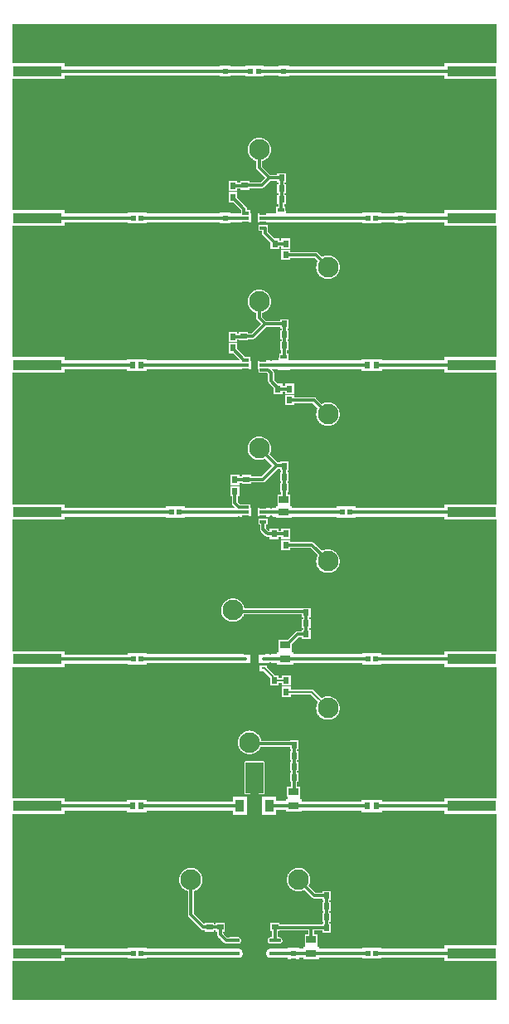
<source format=gtl>
G04*
G04 #@! TF.GenerationSoftware,Altium Limited,Altium Designer,20.2.6 (244)*
G04*
G04 Layer_Physical_Order=1*
G04 Layer_Color=255*
%FSLAX44Y44*%
%MOMM*%
G71*
G04*
G04 #@! TF.SameCoordinates,69107643-4F9F-4E88-AEF3-5FE55586F8EB*
G04*
G04*
G04 #@! TF.FilePolarity,Positive*
G04*
G01*
G75*
%ADD10C,0.2000*%
%ADD14R,0.5400X0.5500*%
%ADD15R,5.0000X1.0000*%
%ADD16R,5.0000X1.6000*%
%ADD17R,0.5500X0.5400*%
%ADD18R,0.6000X0.6400*%
%ADD19R,0.6400X0.6000*%
%ADD20R,0.6000X0.7500*%
%ADD21R,0.7000X1.8000*%
%ADD22R,0.6700X0.3000*%
%ADD23R,0.6604X0.3600*%
%ADD24R,0.8000X1.8000*%
%ADD25R,0.4300X0.2500*%
%ADD26R,1.0200X0.6400*%
%ADD27R,1.0200X0.6900*%
%ADD28R,0.8600X1.3000*%
%ADD29R,0.8600X1.9500*%
%ADD30R,1.7800X2.4100*%
%ADD31O,1.2000X0.3800*%
%ADD63C,0.3000*%
%ADD64C,0.3300*%
%ADD65C,2.1000*%
%ADD66C,0.5000*%
G36*
X497492Y958000D02*
X444000D01*
Y954660D01*
X285700D01*
Y955750D01*
X274300D01*
Y954660D01*
X259650D01*
Y955700D01*
X240350D01*
Y954660D01*
X225700D01*
Y955750D01*
X214300D01*
Y954660D01*
X56000D01*
Y958000D01*
X2508D01*
Y997492D01*
X497492D01*
Y958000D01*
D02*
G37*
G36*
X444000Y942000D02*
X497492D01*
Y808000D01*
X444000D01*
Y804660D01*
X404700D01*
Y805750D01*
X393300D01*
Y804660D01*
X379650D01*
Y805700D01*
X360350D01*
Y804660D01*
X283302D01*
Y804800D01*
X282000D01*
Y807500D01*
X281802D01*
Y811500D01*
X280309D01*
Y814300D01*
X282100D01*
Y823700D01*
X280609D01*
Y825300D01*
X282100D01*
Y834700D01*
X280609D01*
Y836300D01*
X282100D01*
Y845700D01*
X273100D01*
Y844009D01*
X266246D01*
X258009Y852246D01*
Y858381D01*
X258711Y858578D01*
X259596Y858905D01*
X260452Y859300D01*
X261275Y859760D01*
X262059Y860284D01*
X262799Y860868D01*
X263492Y861508D01*
X264132Y862201D01*
X264716Y862941D01*
X265240Y863725D01*
X265700Y864548D01*
X266095Y865404D01*
X266422Y866289D01*
X266677Y867197D01*
X266861Y868121D01*
X266972Y869058D01*
X267009Y870000D01*
X266972Y870942D01*
X266861Y871879D01*
X266677Y872803D01*
X266422Y873711D01*
X266095Y874596D01*
X265700Y875452D01*
X265240Y876275D01*
X264716Y877059D01*
X264132Y877799D01*
X263492Y878492D01*
X262799Y879132D01*
X262059Y879716D01*
X261275Y880240D01*
X260452Y880700D01*
X259596Y881095D01*
X258711Y881422D01*
X257803Y881677D01*
X256879Y881861D01*
X255942Y881972D01*
X255000Y882009D01*
X254058Y881972D01*
X253121Y881861D01*
X252197Y881677D01*
X251289Y881422D01*
X250404Y881095D01*
X249548Y880700D01*
X248725Y880240D01*
X247941Y879716D01*
X247201Y879132D01*
X246508Y878492D01*
X245868Y877799D01*
X245284Y877059D01*
X244760Y876275D01*
X244300Y875452D01*
X243905Y874596D01*
X243578Y873711D01*
X243323Y872803D01*
X243139Y871879D01*
X243028Y870942D01*
X242991Y870000D01*
X243028Y869058D01*
X243139Y868121D01*
X243323Y867197D01*
X243578Y866289D01*
X243905Y865404D01*
X244300Y864548D01*
X244760Y863725D01*
X245284Y862941D01*
X245868Y862201D01*
X246508Y861508D01*
X247201Y860868D01*
X247941Y860284D01*
X248725Y859760D01*
X249548Y859300D01*
X250404Y858905D01*
X251289Y858578D01*
X251991Y858381D01*
Y851000D01*
X252028Y850529D01*
X252054Y850419D01*
X252138Y850070D01*
X252244Y849815D01*
X252319Y849634D01*
X252565Y849231D01*
X252872Y848872D01*
X260744Y841000D01*
X256154Y836409D01*
X244700D01*
Y837900D01*
X235300D01*
Y836084D01*
X232500D01*
Y838000D01*
X223500D01*
Y827500D01*
X232500D01*
Y830066D01*
X235300D01*
Y828900D01*
X244700D01*
Y830391D01*
X257400D01*
X257871Y830428D01*
X257981Y830454D01*
X258330Y830538D01*
X258585Y830644D01*
X258766Y830719D01*
X259169Y830965D01*
X259528Y831272D01*
X266246Y837991D01*
X273100D01*
Y836300D01*
X274591D01*
Y834700D01*
X273100D01*
Y825300D01*
X274591D01*
Y823700D01*
X273100D01*
Y814300D01*
X274291D01*
Y811500D01*
X272198D01*
Y807500D01*
X272000D01*
Y804800D01*
X270698D01*
Y804660D01*
X258850D01*
X258242Y804620D01*
X257644Y804501D01*
X257640Y804500D01*
X252500D01*
Y795500D01*
X257640D01*
X257644Y795499D01*
X258242Y795380D01*
X258850Y795340D01*
X270698D01*
Y795200D01*
X283302D01*
Y795340D01*
X360350D01*
Y794300D01*
X379650D01*
Y795340D01*
X393300D01*
Y794250D01*
X404700D01*
Y795340D01*
X444000D01*
Y792000D01*
X497492D01*
Y658000D01*
X444000D01*
Y654660D01*
X380400D01*
Y656200D01*
X359600D01*
Y654660D01*
X286302D01*
Y654800D01*
X285000D01*
Y657500D01*
X284802D01*
Y661500D01*
X283309D01*
Y665300D01*
X285100D01*
Y674700D01*
X283609D01*
Y676300D01*
X285100D01*
Y685700D01*
X283609D01*
Y687300D01*
X285100D01*
Y696700D01*
X276100D01*
Y695009D01*
X262246D01*
X258009Y699247D01*
Y703381D01*
X258711Y703578D01*
X259596Y703905D01*
X260452Y704300D01*
X261275Y704760D01*
X262059Y705284D01*
X262799Y705868D01*
X263492Y706508D01*
X264132Y707201D01*
X264716Y707941D01*
X265240Y708725D01*
X265700Y709548D01*
X266095Y710404D01*
X266422Y711289D01*
X266677Y712197D01*
X266861Y713121D01*
X266972Y714058D01*
X267009Y715000D01*
X266972Y715942D01*
X266861Y716879D01*
X266677Y717803D01*
X266422Y718711D01*
X266095Y719596D01*
X265700Y720452D01*
X265240Y721275D01*
X264716Y722059D01*
X264132Y722799D01*
X263492Y723492D01*
X262799Y724132D01*
X262059Y724716D01*
X261275Y725240D01*
X260452Y725700D01*
X259596Y726095D01*
X258711Y726422D01*
X257803Y726677D01*
X256879Y726861D01*
X255942Y726972D01*
X255000Y727009D01*
X254058Y726972D01*
X253121Y726861D01*
X252197Y726677D01*
X251289Y726422D01*
X250404Y726095D01*
X249548Y725700D01*
X248725Y725240D01*
X247941Y724716D01*
X247201Y724132D01*
X246508Y723492D01*
X245868Y722799D01*
X245284Y722059D01*
X244760Y721275D01*
X244300Y720452D01*
X243905Y719596D01*
X243578Y718711D01*
X243323Y717803D01*
X243139Y716879D01*
X243028Y715942D01*
X242991Y715000D01*
X243028Y714058D01*
X243139Y713121D01*
X243323Y712197D01*
X243578Y711289D01*
X243905Y710404D01*
X244300Y709548D01*
X244760Y708725D01*
X245284Y707941D01*
X245868Y707201D01*
X246508Y706508D01*
X247201Y705868D01*
X247941Y705284D01*
X248725Y704760D01*
X249548Y704300D01*
X250404Y703905D01*
X251289Y703578D01*
X251991Y703381D01*
Y698000D01*
X252028Y697529D01*
X252054Y697419D01*
X252138Y697070D01*
X252244Y696814D01*
X252319Y696634D01*
X252565Y696231D01*
X252872Y695872D01*
X256744Y692000D01*
X247154Y682409D01*
X243700D01*
Y683900D01*
X234300D01*
Y682084D01*
X232500D01*
Y684000D01*
X223500D01*
Y673500D01*
X232500D01*
Y676066D01*
X234300D01*
Y674900D01*
X243700D01*
Y676391D01*
X248400D01*
X248871Y676428D01*
X248981Y676454D01*
X249330Y676538D01*
X249585Y676644D01*
X249766Y676719D01*
X250169Y676965D01*
X250528Y677272D01*
X262246Y688991D01*
X276100D01*
Y687300D01*
X277591D01*
Y685700D01*
X276100D01*
Y676300D01*
X277591D01*
Y674700D01*
X276100D01*
Y665300D01*
X277291D01*
Y661500D01*
X275198D01*
Y657500D01*
X275000D01*
Y654800D01*
X273698D01*
Y654660D01*
X258850D01*
X258242Y654620D01*
X257644Y654501D01*
X257640Y654500D01*
X252500D01*
Y645500D01*
X254000D01*
Y642000D01*
X258732D01*
X258850Y641991D01*
X262754D01*
X263991Y640753D01*
Y633500D01*
X264028Y633029D01*
X264054Y632919D01*
X264138Y632570D01*
X264244Y632315D01*
X264319Y632134D01*
X264566Y631731D01*
X264872Y631372D01*
X269500Y626744D01*
Y620500D01*
X278500D01*
Y622741D01*
X281500D01*
Y620500D01*
X290500D01*
Y631000D01*
X281500D01*
Y628759D01*
X278500D01*
Y631000D01*
X273756D01*
X270009Y634747D01*
Y642000D01*
X269972Y642471D01*
X269946Y642581D01*
X269862Y642930D01*
X269756Y643186D01*
X269681Y643366D01*
X269435Y643769D01*
X269293Y643934D01*
X269128Y644128D01*
X267916Y645340D01*
X273698D01*
Y645200D01*
X286302D01*
Y645340D01*
X359600D01*
Y643800D01*
X380400D01*
Y645340D01*
X444000D01*
Y642000D01*
X497492D01*
Y508000D01*
X444000D01*
Y504660D01*
X353550D01*
Y505700D01*
X334250D01*
Y504660D01*
X288100D01*
Y506200D01*
X286600D01*
Y508100D01*
Y517500D01*
X283760D01*
Y520300D01*
X285100D01*
Y529700D01*
X283760D01*
Y531300D01*
X285100D01*
Y540700D01*
X283760D01*
Y542300D01*
X285100D01*
Y551700D01*
X276100D01*
Y550510D01*
X273959D01*
X265420Y559048D01*
X265700Y559548D01*
X266095Y560404D01*
X266422Y561289D01*
X266677Y562197D01*
X266861Y563121D01*
X266972Y564058D01*
X267009Y565000D01*
X266972Y565942D01*
X266861Y566879D01*
X266677Y567803D01*
X266422Y568711D01*
X266095Y569596D01*
X265700Y570452D01*
X265240Y571275D01*
X264716Y572059D01*
X264132Y572799D01*
X263492Y573492D01*
X262799Y574132D01*
X262059Y574716D01*
X261275Y575240D01*
X260452Y575700D01*
X259596Y576095D01*
X258711Y576422D01*
X257803Y576677D01*
X256879Y576861D01*
X255942Y576972D01*
X255000Y577009D01*
X254058Y576972D01*
X253121Y576861D01*
X252197Y576677D01*
X251289Y576422D01*
X250404Y576095D01*
X249548Y575700D01*
X248725Y575240D01*
X247941Y574716D01*
X247201Y574132D01*
X246508Y573492D01*
X245868Y572799D01*
X245284Y572059D01*
X244760Y571275D01*
X244300Y570452D01*
X243905Y569596D01*
X243578Y568711D01*
X243323Y567803D01*
X243139Y566879D01*
X243028Y565942D01*
X242991Y565000D01*
X243028Y564058D01*
X243139Y563121D01*
X243323Y562197D01*
X243578Y561289D01*
X243905Y560404D01*
X244300Y559548D01*
X244760Y558725D01*
X245284Y557941D01*
X245868Y557201D01*
X246508Y556508D01*
X247201Y555868D01*
X247941Y555284D01*
X248725Y554760D01*
X249548Y554300D01*
X250404Y553905D01*
X251289Y553578D01*
X252197Y553322D01*
X253121Y553139D01*
X254058Y553028D01*
X255000Y552991D01*
X255942Y553028D01*
X256879Y553139D01*
X257803Y553322D01*
X258711Y553578D01*
X259596Y553905D01*
X260452Y554300D01*
X260952Y554580D01*
X268181Y547350D01*
X257391Y536560D01*
X246700D01*
Y537900D01*
X237300D01*
Y536235D01*
X234500D01*
Y538000D01*
X225500D01*
Y527500D01*
X234500D01*
Y529915D01*
X237300D01*
Y528900D01*
X246700D01*
Y530240D01*
X258700D01*
X259194Y530279D01*
X259676Y530395D01*
X259811Y530451D01*
X260135Y530585D01*
X260557Y530844D01*
X260934Y531166D01*
X273959Y544190D01*
X276100D01*
Y542300D01*
X277440D01*
Y540700D01*
X276100D01*
Y531300D01*
X277440D01*
Y529700D01*
X276100D01*
Y520300D01*
X277440D01*
Y517500D01*
X273400D01*
Y508100D01*
X273660D01*
Y506200D01*
X271900D01*
Y504660D01*
X258850D01*
X258242Y504620D01*
X257644Y504501D01*
X257640Y504500D01*
X252500D01*
Y495500D01*
X257640D01*
X257644Y495499D01*
X258242Y495380D01*
X258850Y495340D01*
X271900D01*
Y493800D01*
X288100D01*
Y495340D01*
X334250D01*
Y494300D01*
X353550D01*
Y495340D01*
X444000D01*
Y492000D01*
X497492D01*
Y358000D01*
X444000D01*
Y354660D01*
X379650D01*
Y355700D01*
X360350D01*
Y354865D01*
X289440D01*
Y356860D01*
X287940D01*
Y359460D01*
Y365104D01*
X295236Y372401D01*
X298440D01*
Y370710D01*
X307440D01*
Y380110D01*
X305949D01*
Y381710D01*
X307440D01*
Y391110D01*
X305949D01*
Y392710D01*
X307440D01*
Y402110D01*
X298440D01*
Y401714D01*
X239881D01*
X239861Y401879D01*
X239677Y402803D01*
X239422Y403711D01*
X239095Y404596D01*
X238700Y405452D01*
X238240Y406275D01*
X237716Y407059D01*
X237132Y407799D01*
X236492Y408492D01*
X235799Y409132D01*
X235059Y409716D01*
X234275Y410240D01*
X233452Y410700D01*
X232596Y411095D01*
X231711Y411422D01*
X230804Y411677D01*
X229879Y411861D01*
X228942Y411972D01*
X228000Y412009D01*
X227058Y411972D01*
X226121Y411861D01*
X225196Y411677D01*
X224289Y411422D01*
X223404Y411095D01*
X222548Y410700D01*
X221725Y410240D01*
X220941Y409716D01*
X220201Y409132D01*
X219508Y408492D01*
X218868Y407799D01*
X218284Y407059D01*
X217760Y406275D01*
X217300Y405452D01*
X216905Y404596D01*
X216579Y403711D01*
X216323Y402803D01*
X216139Y401879D01*
X216028Y400942D01*
X215991Y400000D01*
X216028Y399058D01*
X216139Y398121D01*
X216323Y397197D01*
X216579Y396289D01*
X216905Y395404D01*
X217300Y394548D01*
X217760Y393725D01*
X218284Y392941D01*
X218868Y392201D01*
X219508Y391508D01*
X220201Y390868D01*
X220941Y390284D01*
X221725Y389760D01*
X222548Y389300D01*
X223404Y388905D01*
X224289Y388578D01*
X225196Y388322D01*
X226121Y388139D01*
X227058Y388028D01*
X228000Y387991D01*
X228942Y388028D01*
X229879Y388139D01*
X230804Y388322D01*
X231711Y388578D01*
X232596Y388905D01*
X233452Y389300D01*
X234275Y389760D01*
X235059Y390284D01*
X235799Y390868D01*
X236492Y391508D01*
X237132Y392201D01*
X237716Y392941D01*
X238240Y393725D01*
X238700Y394548D01*
X239095Y395404D01*
X239203Y395696D01*
X298440D01*
Y392710D01*
X299931D01*
Y391110D01*
X298440D01*
Y381710D01*
X299931D01*
Y380110D01*
X298440D01*
Y378419D01*
X293990D01*
X293519Y378382D01*
X293060Y378272D01*
X292624Y378091D01*
X292221Y377845D01*
X291862Y377538D01*
X283684Y369360D01*
X274740D01*
Y359460D01*
X275000D01*
Y356860D01*
X273240D01*
Y355115D01*
X259784D01*
X259758Y355120D01*
X259150Y355160D01*
X258542Y355120D01*
X257944Y355001D01*
X257367Y354805D01*
X257255Y354750D01*
X254000D01*
Y346250D01*
X257208D01*
X257412Y346150D01*
X257989Y345954D01*
X258587Y345835D01*
X259195Y345795D01*
X273240D01*
Y343960D01*
X289440D01*
Y345545D01*
X360350D01*
Y344300D01*
X379650D01*
Y345340D01*
X444000D01*
Y342000D01*
X497492D01*
Y208000D01*
X444000D01*
Y204660D01*
X380400D01*
Y206200D01*
X359600D01*
Y204910D01*
X298100D01*
Y206950D01*
X296600D01*
Y209550D01*
Y219450D01*
X293609D01*
Y224800D01*
X295100D01*
Y234200D01*
X293609D01*
Y235800D01*
X295100D01*
Y245200D01*
X293609D01*
Y246800D01*
X295100D01*
Y256200D01*
X293609D01*
Y257800D01*
X295100D01*
Y267200D01*
X286100D01*
Y266759D01*
X256875D01*
X256861Y266879D01*
X256677Y267803D01*
X256422Y268711D01*
X256095Y269596D01*
X255700Y270452D01*
X255240Y271275D01*
X254716Y272059D01*
X254132Y272799D01*
X253492Y273492D01*
X252799Y274132D01*
X252059Y274716D01*
X251275Y275240D01*
X250452Y275700D01*
X249596Y276095D01*
X248711Y276422D01*
X247803Y276677D01*
X246879Y276861D01*
X245942Y276972D01*
X245000Y277009D01*
X244058Y276972D01*
X243121Y276861D01*
X242197Y276677D01*
X241289Y276422D01*
X240404Y276095D01*
X239548Y275700D01*
X238725Y275240D01*
X237941Y274716D01*
X237201Y274132D01*
X236508Y273492D01*
X235868Y272799D01*
X235284Y272059D01*
X234760Y271275D01*
X234300Y270452D01*
X233905Y269596D01*
X233578Y268711D01*
X233323Y267803D01*
X233139Y266879D01*
X233028Y265942D01*
X232991Y265000D01*
X233028Y264058D01*
X233139Y263121D01*
X233323Y262197D01*
X233578Y261289D01*
X233905Y260404D01*
X234300Y259548D01*
X234760Y258725D01*
X235284Y257941D01*
X235868Y257201D01*
X236508Y256508D01*
X237201Y255868D01*
X237941Y255284D01*
X238725Y254760D01*
X239548Y254300D01*
X240404Y253905D01*
X241289Y253578D01*
X242197Y253323D01*
X243121Y253139D01*
X244058Y253028D01*
X245000Y252991D01*
X245942Y253028D01*
X246879Y253139D01*
X247803Y253323D01*
X248711Y253578D01*
X249596Y253905D01*
X250452Y254300D01*
X251275Y254760D01*
X252059Y255284D01*
X252799Y255868D01*
X253492Y256508D01*
X254132Y257201D01*
X254716Y257941D01*
X255240Y258725D01*
X255700Y259548D01*
X256095Y260404D01*
X256219Y260741D01*
X286100D01*
Y257800D01*
X287591D01*
Y256200D01*
X286100D01*
Y246800D01*
X287591D01*
Y245200D01*
X286100D01*
Y235800D01*
X287591D01*
Y234200D01*
X286100D01*
Y224800D01*
X287591D01*
Y219450D01*
X283400D01*
Y209550D01*
X283660D01*
Y206950D01*
X281900D01*
Y205160D01*
X272300D01*
Y210000D01*
X257700D01*
Y191000D01*
X272300D01*
Y195840D01*
X281900D01*
Y194050D01*
X298100D01*
Y195590D01*
X359600D01*
Y193800D01*
X380400D01*
Y195340D01*
X444000D01*
Y192000D01*
X497492D01*
Y58000D01*
X444000D01*
Y54660D01*
X379650D01*
Y55700D01*
X360350D01*
Y54535D01*
X316100D01*
Y56200D01*
X314600D01*
Y58800D01*
Y68700D01*
X311009D01*
Y73166D01*
X319100D01*
Y71050D01*
X328100D01*
Y80450D01*
X326609D01*
Y82050D01*
X328100D01*
Y91450D01*
X326609D01*
Y93050D01*
X328100D01*
Y102450D01*
X326609D01*
Y104050D01*
X328100D01*
Y113450D01*
X319100D01*
Y111759D01*
X312496D01*
X305344Y118912D01*
X305700Y119548D01*
X306095Y120404D01*
X306422Y121289D01*
X306677Y122197D01*
X306861Y123121D01*
X306972Y124058D01*
X307009Y125000D01*
X306972Y125942D01*
X306861Y126879D01*
X306677Y127803D01*
X306422Y128711D01*
X306095Y129596D01*
X305700Y130452D01*
X305240Y131275D01*
X304716Y132059D01*
X304132Y132799D01*
X303492Y133492D01*
X302799Y134132D01*
X302059Y134716D01*
X301275Y135240D01*
X300452Y135700D01*
X299596Y136095D01*
X298711Y136421D01*
X297803Y136678D01*
X296879Y136861D01*
X295942Y136972D01*
X295000Y137009D01*
X294058Y136972D01*
X293121Y136861D01*
X292197Y136678D01*
X291289Y136421D01*
X290404Y136095D01*
X289548Y135700D01*
X288725Y135240D01*
X287941Y134716D01*
X287201Y134132D01*
X286508Y133492D01*
X285868Y132799D01*
X285284Y132059D01*
X284760Y131275D01*
X284300Y130452D01*
X283905Y129596D01*
X283578Y128711D01*
X283323Y127803D01*
X283139Y126879D01*
X283028Y125942D01*
X282991Y125000D01*
X283028Y124058D01*
X283139Y123121D01*
X283323Y122197D01*
X283578Y121289D01*
X283905Y120404D01*
X284300Y119548D01*
X284760Y118725D01*
X285284Y117941D01*
X285868Y117201D01*
X286508Y116508D01*
X287201Y115868D01*
X287941Y115284D01*
X288725Y114760D01*
X289548Y114300D01*
X290404Y113905D01*
X291289Y113579D01*
X292197Y113323D01*
X293121Y113139D01*
X294058Y113028D01*
X295000Y112991D01*
X295942Y113028D01*
X296879Y113139D01*
X297803Y113323D01*
X298711Y113579D01*
X299596Y113905D01*
X300452Y114300D01*
X301088Y114656D01*
X309122Y106622D01*
X309481Y106315D01*
X309884Y106069D01*
X310012Y106016D01*
X310320Y105888D01*
X310779Y105778D01*
X311250Y105741D01*
X319100D01*
Y104050D01*
X320591D01*
Y102450D01*
X319100D01*
Y93050D01*
X320591D01*
Y91450D01*
X319100D01*
Y82050D01*
X320591D01*
Y80450D01*
X319100D01*
Y79184D01*
X275700D01*
Y81100D01*
X266300D01*
Y72100D01*
X267991D01*
Y66157D01*
X266900D01*
X266455Y66128D01*
X266018Y66041D01*
X265596Y65898D01*
X265196Y65701D01*
X264826Y65453D01*
X264491Y65159D01*
X264197Y64824D01*
X263949Y64454D01*
X263752Y64054D01*
X263609Y63632D01*
X263522Y63195D01*
X263493Y62750D01*
X263522Y62305D01*
X263609Y61868D01*
X263752Y61446D01*
X263949Y61046D01*
X264197Y60676D01*
X264491Y60341D01*
X264826Y60047D01*
X265196Y59799D01*
X265596Y59602D01*
X266018Y59459D01*
X266455Y59372D01*
X266900Y59343D01*
X275100D01*
X275545Y59372D01*
X275982Y59459D01*
X276404Y59602D01*
X276804Y59799D01*
X277174Y60047D01*
X277509Y60341D01*
X277803Y60676D01*
X278051Y61046D01*
X278248Y61446D01*
X278391Y61868D01*
X278478Y62305D01*
X278507Y62750D01*
X278478Y63195D01*
X278391Y63632D01*
X278248Y64054D01*
X278051Y64454D01*
X277803Y64824D01*
X277509Y65159D01*
X277174Y65453D01*
X276804Y65701D01*
X276404Y65898D01*
X275982Y66041D01*
X275545Y66128D01*
X275100Y66157D01*
X274009D01*
Y72100D01*
X275700D01*
Y73166D01*
X304991D01*
Y68700D01*
X301400D01*
Y58800D01*
X301660D01*
Y56200D01*
X299900D01*
Y54410D01*
X295700D01*
Y55400D01*
X284300D01*
Y54410D01*
X276625D01*
X276192Y54535D01*
X275650Y54627D01*
X275100Y54658D01*
X266900D01*
X266350Y54627D01*
X265808Y54535D01*
X265279Y54382D01*
X264771Y54172D01*
X264289Y53906D01*
X263840Y53587D01*
X263430Y53220D01*
X263063Y52810D01*
X262745Y52361D01*
X262478Y51879D01*
X262268Y51371D01*
X262115Y50842D01*
X262023Y50300D01*
X261992Y49750D01*
X262023Y49201D01*
X262115Y48658D01*
X262268Y48129D01*
X262478Y47621D01*
X262745Y47139D01*
X263063Y46690D01*
X263430Y46280D01*
X263840Y45913D01*
X264289Y45595D01*
X264771Y45328D01*
X265279Y45118D01*
X265808Y44965D01*
X266350Y44873D01*
X266900Y44842D01*
X275100D01*
X275650Y44873D01*
X276192Y44965D01*
X276625Y45090D01*
X284300D01*
Y43900D01*
X295700D01*
Y45090D01*
X299900D01*
Y43300D01*
X316100D01*
Y45215D01*
X360350D01*
Y44300D01*
X379650D01*
Y45340D01*
X444000D01*
Y42000D01*
X497492D01*
Y2508D01*
X2508D01*
Y42000D01*
X56000D01*
Y45340D01*
X120350D01*
Y44300D01*
X139650D01*
Y45186D01*
X223115D01*
X223279Y45118D01*
X223808Y44965D01*
X224350Y44873D01*
X224900Y44842D01*
X233100D01*
X233650Y44873D01*
X234192Y44965D01*
X234721Y45118D01*
X235229Y45328D01*
X235711Y45595D01*
X236160Y45913D01*
X236570Y46280D01*
X236937Y46690D01*
X237255Y47139D01*
X237522Y47621D01*
X237732Y48129D01*
X237885Y48658D01*
X237977Y49201D01*
X238008Y49750D01*
X237977Y50300D01*
X237885Y50842D01*
X237732Y51371D01*
X237522Y51879D01*
X237255Y52361D01*
X236937Y52810D01*
X236570Y53220D01*
X236160Y53587D01*
X235711Y53906D01*
X235229Y54172D01*
X234721Y54382D01*
X234192Y54535D01*
X233650Y54627D01*
X233100Y54658D01*
X224900D01*
X224350Y54627D01*
X223808Y54535D01*
X223707Y54506D01*
X139650D01*
Y55700D01*
X120350D01*
Y54660D01*
X56000D01*
Y58000D01*
X2508D01*
Y192000D01*
X56000D01*
Y195340D01*
X119600D01*
Y193800D01*
X140400D01*
Y195340D01*
X227700D01*
Y191000D01*
X242300D01*
Y210000D01*
X227700D01*
Y204660D01*
X140400D01*
Y206200D01*
X119600D01*
Y204660D01*
X56000D01*
Y208000D01*
X2508D01*
Y342000D01*
X56000D01*
Y345340D01*
X120350D01*
Y344300D01*
X139650D01*
Y345740D01*
X240750D01*
X241358Y345780D01*
X241956Y345899D01*
X242533Y346095D01*
X242848Y346250D01*
X246000D01*
Y354750D01*
X242402D01*
X241956Y354901D01*
X241358Y355020D01*
X240750Y355060D01*
X139650D01*
Y355700D01*
X120350D01*
Y354660D01*
X56000D01*
Y358000D01*
X2508D01*
Y492000D01*
X56000D01*
Y495340D01*
X159250D01*
Y494300D01*
X178550D01*
Y495340D01*
X241150D01*
X241758Y495380D01*
X242356Y495499D01*
X242360Y495500D01*
X247500D01*
Y504500D01*
X246000D01*
Y508000D01*
X241268D01*
X241150Y508009D01*
X235247D01*
X233009Y510247D01*
Y516000D01*
X234500D01*
Y526500D01*
X225500D01*
Y516000D01*
X226991D01*
Y509000D01*
X227028Y508529D01*
X227054Y508419D01*
X227138Y508070D01*
X227244Y507814D01*
X227319Y507634D01*
X227565Y507231D01*
X227872Y506872D01*
X230084Y504660D01*
X178550D01*
Y505700D01*
X159250D01*
Y504660D01*
X56000D01*
Y508000D01*
X2508D01*
Y642000D01*
X56000D01*
Y645340D01*
X119600D01*
Y643800D01*
X140400D01*
Y645340D01*
X241150D01*
X241758Y645380D01*
X242356Y645499D01*
X242360Y645500D01*
X247500D01*
Y654500D01*
X246000D01*
Y658000D01*
X241268D01*
X241150Y658009D01*
X240746D01*
X232500Y666256D01*
Y672500D01*
X223500D01*
Y662000D01*
X228244D01*
X235584Y654660D01*
X140400D01*
Y656200D01*
X119600D01*
Y654660D01*
X56000D01*
Y658000D01*
X2508D01*
Y792000D01*
X56000D01*
Y795340D01*
X120350D01*
Y794300D01*
X139650D01*
Y795340D01*
X214300D01*
Y794250D01*
X225700D01*
Y795340D01*
X241150D01*
X241758Y795380D01*
X242356Y795499D01*
X242360Y795500D01*
X247500D01*
Y804500D01*
X246000D01*
Y808000D01*
X242309D01*
Y809200D01*
X242272Y809671D01*
X242251Y809760D01*
X242162Y810130D01*
X242034Y810438D01*
X241981Y810566D01*
X241735Y810969D01*
X241581Y811148D01*
X241428Y811328D01*
X232500Y820256D01*
Y826500D01*
X223500D01*
Y816000D01*
X228244D01*
X236291Y807953D01*
Y805000D01*
X236300Y804882D01*
Y804660D01*
X225700D01*
Y805750D01*
X214300D01*
Y804660D01*
X139650D01*
Y805700D01*
X120350D01*
Y804660D01*
X56000D01*
Y808000D01*
X2508D01*
Y942000D01*
X56000D01*
Y945340D01*
X214300D01*
Y944250D01*
X225700D01*
Y945340D01*
X240350D01*
Y944300D01*
X259650D01*
Y945340D01*
X274300D01*
Y944250D01*
X285700D01*
Y945340D01*
X444000D01*
Y942000D01*
D02*
G37*
%LPC*%
G36*
X260700Y793009D02*
X258850D01*
X258732Y793000D01*
X254000D01*
Y787000D01*
X257691D01*
Y784800D01*
X257728Y784329D01*
X257754Y784219D01*
X257838Y783870D01*
X257944Y783615D01*
X258019Y783434D01*
X258265Y783031D01*
X258572Y782672D01*
X266500Y774744D01*
Y768500D01*
X275500D01*
Y770741D01*
X277500D01*
Y768500D01*
X286500D01*
Y779000D01*
X277500D01*
Y776759D01*
X275500D01*
Y779000D01*
X270756D01*
X263709Y786046D01*
Y790000D01*
X263700Y790118D01*
Y793000D01*
X260818D01*
X260700Y793009D01*
D02*
G37*
G36*
X286500Y767500D02*
X277500D01*
Y757000D01*
X286500D01*
Y759241D01*
X311504D01*
X314656Y756088D01*
X314300Y755452D01*
X313905Y754596D01*
X313578Y753711D01*
X313323Y752803D01*
X313139Y751879D01*
X313028Y750942D01*
X312991Y750000D01*
X313028Y749058D01*
X313139Y748121D01*
X313323Y747197D01*
X313578Y746289D01*
X313905Y745404D01*
X314300Y744548D01*
X314760Y743725D01*
X315284Y742941D01*
X315868Y742201D01*
X316508Y741508D01*
X317201Y740868D01*
X317941Y740284D01*
X318725Y739760D01*
X319548Y739300D01*
X320404Y738905D01*
X321289Y738578D01*
X322197Y738323D01*
X323121Y738139D01*
X324058Y738028D01*
X325000Y737991D01*
X325942Y738028D01*
X326879Y738139D01*
X327803Y738323D01*
X328711Y738578D01*
X329596Y738905D01*
X330452Y739300D01*
X331275Y739760D01*
X332059Y740284D01*
X332799Y740868D01*
X333492Y741508D01*
X334132Y742201D01*
X334716Y742941D01*
X335240Y743725D01*
X335700Y744548D01*
X336095Y745404D01*
X336422Y746289D01*
X336678Y747197D01*
X336861Y748121D01*
X336972Y749058D01*
X337009Y750000D01*
X336972Y750942D01*
X336861Y751879D01*
X336678Y752803D01*
X336422Y753711D01*
X336095Y754596D01*
X335700Y755452D01*
X335240Y756275D01*
X334716Y757059D01*
X334132Y757799D01*
X333492Y758492D01*
X332799Y759132D01*
X332059Y759716D01*
X331275Y760240D01*
X330452Y760700D01*
X329596Y761095D01*
X328711Y761422D01*
X327803Y761677D01*
X326879Y761861D01*
X325942Y761972D01*
X325000Y762009D01*
X324058Y761972D01*
X323121Y761861D01*
X322197Y761677D01*
X321289Y761422D01*
X320404Y761095D01*
X319548Y760700D01*
X318912Y760344D01*
X314878Y764378D01*
X314519Y764685D01*
X314116Y764931D01*
X313936Y765006D01*
X313680Y765112D01*
X313331Y765196D01*
X313221Y765222D01*
X312750Y765259D01*
X286500D01*
Y767500D01*
D02*
G37*
G36*
X290500Y619500D02*
X281500D01*
Y609000D01*
X290500D01*
Y611241D01*
X309503D01*
X314656Y606088D01*
X314300Y605452D01*
X313905Y604596D01*
X313578Y603711D01*
X313323Y602803D01*
X313139Y601879D01*
X313028Y600942D01*
X312991Y600000D01*
X313028Y599058D01*
X313139Y598121D01*
X313323Y597197D01*
X313578Y596289D01*
X313905Y595404D01*
X314300Y594548D01*
X314760Y593725D01*
X315284Y592941D01*
X315868Y592201D01*
X316508Y591508D01*
X317201Y590868D01*
X317941Y590284D01*
X318725Y589760D01*
X319548Y589300D01*
X320404Y588905D01*
X321289Y588578D01*
X322197Y588322D01*
X323121Y588139D01*
X324058Y588028D01*
X325000Y587991D01*
X325942Y588028D01*
X326879Y588139D01*
X327803Y588322D01*
X328711Y588578D01*
X329596Y588905D01*
X330452Y589300D01*
X331275Y589760D01*
X332059Y590284D01*
X332799Y590868D01*
X333492Y591508D01*
X334132Y592201D01*
X334716Y592941D01*
X335240Y593725D01*
X335700Y594548D01*
X336095Y595404D01*
X336422Y596289D01*
X336678Y597197D01*
X336861Y598121D01*
X336972Y599058D01*
X337009Y600000D01*
X336972Y600942D01*
X336861Y601879D01*
X336678Y602803D01*
X336422Y603711D01*
X336095Y604596D01*
X335700Y605452D01*
X335240Y606275D01*
X334716Y607059D01*
X334132Y607799D01*
X333492Y608492D01*
X332799Y609132D01*
X332059Y609716D01*
X331275Y610240D01*
X330452Y610700D01*
X329596Y611095D01*
X328711Y611422D01*
X327803Y611677D01*
X326879Y611861D01*
X325942Y611972D01*
X325000Y612009D01*
X324058Y611972D01*
X323121Y611861D01*
X322197Y611677D01*
X321289Y611422D01*
X320404Y611095D01*
X319548Y610700D01*
X318912Y610344D01*
X312878Y616378D01*
X312519Y616684D01*
X312116Y616931D01*
X311936Y617006D01*
X311680Y617112D01*
X311331Y617196D01*
X311221Y617222D01*
X310750Y617259D01*
X290500D01*
Y619500D01*
D02*
G37*
G36*
X258850Y493009D02*
X258732Y493000D01*
X254000D01*
Y487000D01*
X255841D01*
Y482150D01*
X255878Y481679D01*
X255904Y481569D01*
X255988Y481220D01*
X256094Y480965D01*
X256169Y480784D01*
X256416Y480381D01*
X256722Y480022D01*
X261122Y475622D01*
X261316Y475457D01*
X261481Y475316D01*
X261884Y475069D01*
X262065Y474994D01*
X262320Y474888D01*
X262669Y474804D01*
X262779Y474778D01*
X263250Y474741D01*
X265500D01*
Y472500D01*
X274500D01*
Y474741D01*
X277500D01*
Y472500D01*
X286500D01*
Y483000D01*
X277500D01*
Y480759D01*
X274500D01*
Y483000D01*
X265500D01*
Y480759D01*
X264496D01*
X261859Y483396D01*
Y487000D01*
X263700D01*
Y493000D01*
X258968D01*
X258850Y493009D01*
D02*
G37*
G36*
X286500Y471500D02*
X277500D01*
Y461000D01*
X286500D01*
Y463241D01*
X307504D01*
X314656Y456088D01*
X314300Y455452D01*
X313905Y454596D01*
X313578Y453711D01*
X313323Y452803D01*
X313139Y451879D01*
X313028Y450942D01*
X312991Y450000D01*
X313028Y449058D01*
X313139Y448121D01*
X313323Y447197D01*
X313578Y446289D01*
X313905Y445404D01*
X314300Y444548D01*
X314760Y443725D01*
X315284Y442941D01*
X315868Y442201D01*
X316508Y441508D01*
X317201Y440868D01*
X317941Y440284D01*
X318725Y439760D01*
X319548Y439300D01*
X320404Y438905D01*
X321289Y438578D01*
X322197Y438322D01*
X323121Y438139D01*
X324058Y438028D01*
X325000Y437991D01*
X325942Y438028D01*
X326879Y438139D01*
X327803Y438322D01*
X328711Y438578D01*
X329596Y438905D01*
X330452Y439300D01*
X331275Y439760D01*
X332059Y440284D01*
X332799Y440868D01*
X333492Y441508D01*
X334132Y442201D01*
X334716Y442941D01*
X335240Y443725D01*
X335700Y444548D01*
X336095Y445404D01*
X336422Y446289D01*
X336678Y447197D01*
X336861Y448121D01*
X336972Y449058D01*
X337009Y450000D01*
X336972Y450942D01*
X336861Y451879D01*
X336678Y452803D01*
X336422Y453711D01*
X336095Y454596D01*
X335700Y455452D01*
X335240Y456275D01*
X334716Y457059D01*
X334132Y457799D01*
X333492Y458492D01*
X332799Y459132D01*
X332059Y459716D01*
X331275Y460240D01*
X330452Y460700D01*
X329596Y461095D01*
X328711Y461422D01*
X327803Y461677D01*
X326879Y461861D01*
X325942Y461972D01*
X325000Y462009D01*
X324058Y461972D01*
X323121Y461861D01*
X322197Y461677D01*
X321289Y461422D01*
X320404Y461095D01*
X319548Y460700D01*
X318912Y460344D01*
X310878Y468378D01*
X310519Y468685D01*
X310116Y468931D01*
X309935Y469006D01*
X309680Y469112D01*
X309331Y469196D01*
X309221Y469222D01*
X308750Y469259D01*
X286500D01*
Y471500D01*
D02*
G37*
G36*
X262800Y343250D02*
X255500D01*
Y337750D01*
X259254D01*
X265932Y331071D01*
Y330160D01*
X265940Y330062D01*
Y322910D01*
X274940D01*
Y325652D01*
X277940D01*
Y322910D01*
X286940D01*
Y333410D01*
X277940D01*
Y330668D01*
X274940D01*
Y333410D01*
X270575D01*
X270469Y333584D01*
X270213Y333883D01*
X262800Y341296D01*
Y343250D01*
D02*
G37*
G36*
X286940Y321910D02*
X277940D01*
Y311410D01*
X286940D01*
Y314152D01*
X307301D01*
X314928Y306526D01*
X314760Y306275D01*
X314300Y305452D01*
X313905Y304596D01*
X313578Y303711D01*
X313323Y302803D01*
X313139Y301879D01*
X313028Y300942D01*
X312991Y300000D01*
X313028Y299058D01*
X313139Y298121D01*
X313323Y297197D01*
X313578Y296289D01*
X313905Y295404D01*
X314300Y294548D01*
X314760Y293725D01*
X315284Y292941D01*
X315868Y292201D01*
X316508Y291508D01*
X317201Y290868D01*
X317941Y290284D01*
X318725Y289760D01*
X319548Y289300D01*
X320404Y288905D01*
X321289Y288578D01*
X322197Y288323D01*
X323121Y288139D01*
X324058Y288028D01*
X325000Y287991D01*
X325942Y288028D01*
X326879Y288139D01*
X327803Y288323D01*
X328711Y288578D01*
X329596Y288905D01*
X330452Y289300D01*
X331275Y289760D01*
X332059Y290284D01*
X332799Y290868D01*
X333492Y291508D01*
X334132Y292201D01*
X334716Y292941D01*
X335240Y293725D01*
X335700Y294548D01*
X336095Y295404D01*
X336422Y296289D01*
X336678Y297197D01*
X336861Y298121D01*
X336972Y299058D01*
X337009Y300000D01*
X336972Y300942D01*
X336861Y301879D01*
X336678Y302803D01*
X336422Y303711D01*
X336095Y304596D01*
X335700Y305452D01*
X335240Y306275D01*
X334716Y307059D01*
X334132Y307799D01*
X333492Y308492D01*
X332799Y309132D01*
X332059Y309716D01*
X331275Y310240D01*
X330452Y310700D01*
X329596Y311095D01*
X328711Y311422D01*
X327803Y311677D01*
X326879Y311861D01*
X325942Y311972D01*
X325000Y312009D01*
X324058Y311972D01*
X323121Y311861D01*
X322197Y311677D01*
X321289Y311422D01*
X320404Y311095D01*
X319548Y310700D01*
X318725Y310240D01*
X318474Y310072D01*
X310113Y318433D01*
X309814Y318689D01*
X309478Y318894D01*
X309115Y319045D01*
X308732Y319137D01*
X308340Y319168D01*
X286940D01*
Y321910D01*
D02*
G37*
G36*
X259000Y245757D02*
X241000D01*
X240706Y245728D01*
X240423Y245643D01*
X240163Y245503D01*
X239934Y245316D01*
X239747Y245087D01*
X239608Y244827D01*
X239522Y244544D01*
X239493Y244250D01*
Y213250D01*
X239522Y212956D01*
X239608Y212673D01*
X239747Y212413D01*
X239934Y212184D01*
X240163Y211997D01*
X240423Y211857D01*
X240706Y211772D01*
X241000Y211743D01*
X259000D01*
X259294Y211772D01*
X259577Y211857D01*
X259837Y211997D01*
X260066Y212184D01*
X260253Y212413D01*
X260392Y212673D01*
X260478Y212956D01*
X260507Y213250D01*
Y244250D01*
X260478Y244544D01*
X260392Y244827D01*
X260253Y245087D01*
X260066Y245316D01*
X259837Y245503D01*
X259577Y245643D01*
X259294Y245728D01*
X259000Y245757D01*
D02*
G37*
G36*
X185000Y137009D02*
X184058Y136972D01*
X183121Y136861D01*
X182197Y136678D01*
X181289Y136421D01*
X180404Y136095D01*
X179548Y135700D01*
X178725Y135240D01*
X177941Y134716D01*
X177201Y134132D01*
X176508Y133492D01*
X175868Y132799D01*
X175284Y132059D01*
X174760Y131275D01*
X174300Y130452D01*
X173905Y129596D01*
X173578Y128711D01*
X173323Y127803D01*
X173139Y126879D01*
X173028Y125942D01*
X172991Y125000D01*
X173028Y124058D01*
X173139Y123121D01*
X173323Y122197D01*
X173578Y121289D01*
X173905Y120404D01*
X174300Y119548D01*
X174760Y118725D01*
X175284Y117941D01*
X175868Y117201D01*
X176508Y116508D01*
X177201Y115868D01*
X177941Y115284D01*
X178725Y114760D01*
X179548Y114300D01*
X180404Y113905D01*
X181289Y113579D01*
X181991Y113381D01*
Y89000D01*
X182028Y88529D01*
X182054Y88419D01*
X182138Y88070D01*
X182244Y87815D01*
X182319Y87634D01*
X182565Y87231D01*
X182872Y86872D01*
X195522Y74222D01*
X195881Y73915D01*
X196284Y73669D01*
X196465Y73594D01*
X196720Y73488D01*
X197069Y73404D01*
X197179Y73378D01*
X197650Y73341D01*
X199300D01*
Y71850D01*
X208700D01*
Y73341D01*
X210300D01*
Y71850D01*
X211991D01*
Y68757D01*
X212028Y68287D01*
X212054Y68176D01*
X212138Y67828D01*
X212244Y67572D01*
X212319Y67391D01*
X212565Y66989D01*
X212872Y66630D01*
X214629Y64872D01*
X214989Y64565D01*
X215145Y64470D01*
X215391Y64319D01*
X215450Y64294D01*
X218969Y60775D01*
X219328Y60469D01*
X219731Y60222D01*
X220167Y60041D01*
X220626Y59931D01*
X221097Y59894D01*
X223055D01*
X223196Y59799D01*
X223596Y59602D01*
X224018Y59459D01*
X224455Y59372D01*
X224900Y59343D01*
X233100D01*
X233545Y59372D01*
X233982Y59459D01*
X234404Y59602D01*
X234804Y59799D01*
X235174Y60047D01*
X235509Y60341D01*
X235803Y60676D01*
X236051Y61046D01*
X236248Y61446D01*
X236391Y61868D01*
X236478Y62305D01*
X236507Y62750D01*
X236478Y63195D01*
X236391Y63632D01*
X236248Y64054D01*
X236051Y64454D01*
X235803Y64824D01*
X235509Y65159D01*
X235174Y65453D01*
X234804Y65701D01*
X234404Y65898D01*
X233982Y66041D01*
X233545Y66128D01*
X233100Y66157D01*
X224900D01*
X224455Y66128D01*
X224018Y66041D01*
X223638Y65912D01*
X222343D01*
X219128Y69128D01*
X218769Y69434D01*
X218366Y69681D01*
X218308Y69706D01*
X218009Y70004D01*
Y71850D01*
X219700D01*
Y80850D01*
X210300D01*
Y79359D01*
X208700D01*
Y80850D01*
X199300D01*
Y79359D01*
X198897D01*
X188009Y90246D01*
Y113381D01*
X188711Y113579D01*
X189596Y113905D01*
X190452Y114300D01*
X191275Y114760D01*
X192059Y115284D01*
X192799Y115868D01*
X193492Y116508D01*
X194132Y117201D01*
X194716Y117941D01*
X195240Y118725D01*
X195700Y119548D01*
X196095Y120404D01*
X196422Y121289D01*
X196677Y122197D01*
X196861Y123121D01*
X196972Y124058D01*
X197009Y125000D01*
X196972Y125942D01*
X196861Y126879D01*
X196677Y127803D01*
X196422Y128711D01*
X196095Y129596D01*
X195700Y130452D01*
X195240Y131275D01*
X194716Y132059D01*
X194132Y132799D01*
X193492Y133492D01*
X192799Y134132D01*
X192059Y134716D01*
X191275Y135240D01*
X190452Y135700D01*
X189596Y136095D01*
X188711Y136421D01*
X187803Y136678D01*
X186879Y136861D01*
X185942Y136972D01*
X185000Y137009D01*
D02*
G37*
%LPD*%
G36*
X259000Y213250D02*
X241000D01*
Y244250D01*
X259000D01*
Y213250D01*
D02*
G37*
D10*
X282440Y316660D02*
X308340D01*
X325000Y300000D01*
X270440Y328160D02*
X282440D01*
X259150Y340500D02*
X260050D01*
X268440Y332110D01*
Y330160D02*
Y332110D01*
Y330160D02*
X270440Y328160D01*
D14*
X220000Y950000D02*
D03*
Y942200D02*
D03*
X280000Y950000D02*
D03*
Y942200D02*
D03*
X399000Y792200D02*
D03*
Y800000D02*
D03*
X220000Y792200D02*
D03*
Y800000D02*
D03*
X290000Y41850D02*
D03*
Y49650D02*
D03*
D15*
X28000Y950000D02*
D03*
X472000D02*
D03*
Y50000D02*
D03*
Y200000D02*
D03*
X28000Y350000D02*
D03*
X472000D02*
D03*
X28000Y500000D02*
D03*
X472000D02*
D03*
X28000Y650000D02*
D03*
X472000D02*
D03*
X28000Y800000D02*
D03*
X472000D02*
D03*
X28000Y50000D02*
D03*
Y200000D02*
D03*
D16*
Y922300D02*
D03*
Y977700D02*
D03*
X472000D02*
D03*
Y922300D02*
D03*
Y22300D02*
D03*
Y77700D02*
D03*
Y172300D02*
D03*
Y227700D02*
D03*
X28000Y377700D02*
D03*
Y322300D02*
D03*
X472000D02*
D03*
Y377700D02*
D03*
X28000Y527700D02*
D03*
Y472300D02*
D03*
X472000D02*
D03*
Y527700D02*
D03*
X28000Y677700D02*
D03*
Y622300D02*
D03*
X472000D02*
D03*
Y677700D02*
D03*
X28000Y827700D02*
D03*
Y772300D02*
D03*
X472000D02*
D03*
Y827700D02*
D03*
X28000Y77700D02*
D03*
Y22300D02*
D03*
Y227700D02*
D03*
Y172300D02*
D03*
D17*
X246100Y950000D02*
D03*
X253900D02*
D03*
X126100Y800000D02*
D03*
X133900D02*
D03*
X366100D02*
D03*
X373900D02*
D03*
X133900Y50000D02*
D03*
X126100D02*
D03*
X126100Y350000D02*
D03*
X133900D02*
D03*
X366100D02*
D03*
X373900D02*
D03*
X165000Y500000D02*
D03*
X172800D02*
D03*
X340000D02*
D03*
X347800D02*
D03*
X366100Y50000D02*
D03*
X373900D02*
D03*
D18*
X286400Y841000D02*
D03*
X277600D02*
D03*
X286400Y830000D02*
D03*
X277600D02*
D03*
X286400Y819000D02*
D03*
X277600D02*
D03*
X289400Y692000D02*
D03*
X280600D02*
D03*
X289400Y681000D02*
D03*
X280600D02*
D03*
X289400Y670000D02*
D03*
X280600D02*
D03*
X289400Y547000D02*
D03*
X280600D02*
D03*
X289400Y536000D02*
D03*
X280600D02*
D03*
X289400Y525000D02*
D03*
X280600D02*
D03*
X311740Y397410D02*
D03*
X302940D02*
D03*
X311740Y386410D02*
D03*
X302940D02*
D03*
X311740Y375410D02*
D03*
X302940D02*
D03*
X299400Y262500D02*
D03*
X290600D02*
D03*
X299400Y251500D02*
D03*
X290600D02*
D03*
X299400Y240500D02*
D03*
X290600D02*
D03*
X299400Y229500D02*
D03*
X290600D02*
D03*
X332400Y108750D02*
D03*
X323600D02*
D03*
X332400Y97750D02*
D03*
X323600D02*
D03*
X332400Y86750D02*
D03*
X323600D02*
D03*
X332400Y75750D02*
D03*
X323600D02*
D03*
X134400Y200000D02*
D03*
X125600D02*
D03*
X374400D02*
D03*
X365600D02*
D03*
X125600Y650000D02*
D03*
X134400D02*
D03*
X365600D02*
D03*
X374400D02*
D03*
D19*
X240000Y833400D02*
D03*
Y824600D02*
D03*
X239000Y670600D02*
D03*
Y679400D02*
D03*
X242000Y533400D02*
D03*
Y524600D02*
D03*
X215000Y85150D02*
D03*
Y76350D02*
D03*
X271000Y85400D02*
D03*
Y76600D02*
D03*
X204000Y85150D02*
D03*
Y76350D02*
D03*
D20*
X228000Y832750D02*
D03*
Y821250D02*
D03*
X271000Y773750D02*
D03*
Y762250D02*
D03*
X282000Y773750D02*
D03*
Y762250D02*
D03*
X228000Y678750D02*
D03*
Y667250D02*
D03*
X274000Y625750D02*
D03*
Y614250D02*
D03*
X286000Y625750D02*
D03*
Y614250D02*
D03*
X270000Y477750D02*
D03*
Y466250D02*
D03*
X282000Y477750D02*
D03*
Y466250D02*
D03*
X230000Y532750D02*
D03*
Y521250D02*
D03*
X282440Y328160D02*
D03*
Y316660D02*
D03*
X270440Y328160D02*
D03*
Y316660D02*
D03*
D21*
X250000Y797500D02*
D03*
Y647500D02*
D03*
Y497500D02*
D03*
D22*
X258850Y805000D02*
D03*
Y800000D02*
D03*
Y795000D02*
D03*
Y790000D02*
D03*
X241150D02*
D03*
Y795000D02*
D03*
Y800000D02*
D03*
Y805000D02*
D03*
X258850Y655000D02*
D03*
Y650000D02*
D03*
Y645000D02*
D03*
Y640000D02*
D03*
X241150D02*
D03*
Y645000D02*
D03*
Y650000D02*
D03*
Y655000D02*
D03*
X258850Y505000D02*
D03*
Y500000D02*
D03*
Y495000D02*
D03*
Y490000D02*
D03*
X241150D02*
D03*
Y495000D02*
D03*
Y500000D02*
D03*
Y505000D02*
D03*
D23*
X277000Y800000D02*
D03*
Y808200D02*
D03*
X280000Y650000D02*
D03*
Y658200D02*
D03*
D24*
X250000Y348000D02*
D03*
D25*
X259150Y355500D02*
D03*
Y350500D02*
D03*
Y345500D02*
D03*
Y340500D02*
D03*
X240850D02*
D03*
Y345500D02*
D03*
Y350500D02*
D03*
Y355500D02*
D03*
D26*
X280000Y512800D02*
D03*
Y500000D02*
D03*
D27*
X281340Y350410D02*
D03*
Y364410D02*
D03*
X290000Y200500D02*
D03*
Y214500D02*
D03*
X308000Y49750D02*
D03*
Y63750D02*
D03*
D28*
X235000Y200500D02*
D03*
X265000D02*
D03*
D29*
X250000Y203750D02*
D03*
D30*
Y53000D02*
D03*
D31*
X229000Y62750D02*
D03*
Y56250D02*
D03*
Y49750D02*
D03*
Y43250D02*
D03*
X271000Y62750D02*
D03*
Y56250D02*
D03*
Y49750D02*
D03*
Y43250D02*
D03*
D63*
X282000Y762250D02*
X312750D01*
X325000Y750000D01*
X286000Y614250D02*
X310750D01*
X325000Y600000D01*
X282000Y466250D02*
X308750D01*
X325000Y450000D01*
X271000Y76600D02*
X271425Y76175D01*
X323175D01*
X323600Y75750D01*
X271000Y62750D02*
X271000Y62750D01*
X271000Y62750D02*
Y76600D01*
Y773750D02*
X282000D01*
X260700Y784800D02*
Y790000D01*
X271000Y773750D02*
Y774500D01*
X260700Y784800D02*
X271000Y774500D01*
X258850Y790000D02*
X260700D01*
X240000Y833400D02*
X257400D01*
X265000Y841000D01*
X277600D01*
X255000Y851000D02*
X265000Y841000D01*
X255000Y851000D02*
Y870000D01*
X277600Y830000D02*
Y841000D01*
Y819000D02*
Y830000D01*
X277000Y808200D02*
X277300Y808500D01*
Y818700D01*
X277600Y819000D01*
X228000Y832750D02*
X228325Y833075D01*
X239675D01*
X240000Y833400D01*
X239300Y805000D02*
Y809200D01*
X228000Y820500D02*
Y821250D01*
Y820500D02*
X239300Y809200D01*
Y805000D02*
X241150D01*
X239300Y655000D02*
Y655200D01*
X228000Y666500D02*
Y667250D01*
Y666500D02*
X239300Y655200D01*
Y655000D02*
X241150D01*
X239000Y679400D02*
X248400D01*
X261000Y692000D01*
X228000Y678750D02*
X228325Y679075D01*
X238675D01*
X239000Y679400D01*
X255000Y698000D02*
Y715000D01*
Y698000D02*
X261000Y692000D01*
X280600D01*
Y681000D02*
Y692000D01*
Y670000D02*
Y681000D01*
X280000Y658200D02*
X280300Y658500D01*
Y669700D01*
X280600Y670000D01*
X274000Y625750D02*
X286000D01*
X274000D02*
Y626500D01*
X267000Y633500D02*
X274000Y626500D01*
X267000Y633500D02*
Y642000D01*
X264000Y645000D02*
X267000Y642000D01*
X258850Y645000D02*
X264000D01*
X230000Y521250D02*
X230000Y521250D01*
X230000Y509000D02*
Y521250D01*
X234000Y505000D02*
X241150D01*
X230000Y509000D02*
X234000Y505000D01*
X270000Y477750D02*
X282000D01*
X263250D02*
X270000D01*
X258850Y482150D02*
X263250Y477750D01*
X258850Y482150D02*
Y490000D01*
X301645Y398705D02*
X302940Y397410D01*
X229295Y398705D02*
X301645D01*
X228000Y400000D02*
X229295Y398705D01*
X293990Y375410D02*
X302940D01*
X282990Y364410D02*
X293990Y375410D01*
X281340Y364410D02*
X282990D01*
X302940Y386410D02*
Y397410D01*
Y375410D02*
Y386410D01*
X289350Y263750D02*
X290600Y262500D01*
X246250Y263750D02*
X289350D01*
X245000Y265000D02*
X246250Y263750D01*
X290600Y251500D02*
Y262500D01*
Y240500D02*
Y251500D01*
Y229500D02*
Y240500D01*
X290000Y214500D02*
X290600Y215100D01*
Y229500D01*
X185000Y89000D02*
Y125000D01*
X197650Y76350D02*
X204000D01*
X185000Y89000D02*
X197650Y76350D01*
X204000D02*
X215000D01*
X228847Y62903D02*
X229000Y62750D01*
X221097Y62903D02*
X228847D01*
X215000Y68757D02*
Y76350D01*
Y68757D02*
X216757Y67000D01*
X217000D01*
X221097Y62903D01*
X311250Y108750D02*
X323600D01*
X295000Y125000D02*
X311250Y108750D01*
X323600Y97750D02*
Y108750D01*
Y86750D02*
Y97750D01*
Y75750D02*
Y86750D01*
X308000Y63750D02*
Y75750D01*
D64*
X242000Y533400D02*
X258700D01*
X272650Y547350D01*
X230000Y532750D02*
X230325Y533075D01*
X241675D01*
X242000Y533400D01*
X255000Y565000D02*
X272650Y547350D01*
X280250D01*
X280600Y547000D01*
Y536000D02*
Y547000D01*
Y525000D02*
Y536000D01*
X280000Y512800D02*
X280600Y513400D01*
Y525000D01*
X258850Y500000D02*
X280000D01*
X28000Y200000D02*
X125600D01*
X234500D02*
X235000Y200500D01*
X134400Y200000D02*
X234500D01*
X365350Y200250D02*
X365600Y200000D01*
X290250Y200250D02*
X365350D01*
X290000Y200500D02*
X290250Y200250D01*
X265000Y200500D02*
X265000Y200500D01*
X290000D01*
X374400Y200000D02*
X472000D01*
X373900Y50000D02*
X472000D01*
X271000Y49750D02*
X308000D01*
X365975Y49875D02*
X366100Y50000D01*
X308125Y49875D02*
X365975D01*
X308000Y49750D02*
X308125Y49875D01*
X28000Y50000D02*
X126100D01*
X228904Y49846D02*
X229000Y49750D01*
X134054Y49846D02*
X228904D01*
X133900Y50000D02*
X134054Y49846D01*
X374400Y650000D02*
X472000D01*
X280000D02*
X365600D01*
X258850D02*
X280000D01*
X134400D02*
X241150D01*
X28000D02*
X125600D01*
X28000Y800000D02*
X126100D01*
X220000D02*
X241150D01*
X133900D02*
X220000D01*
X277000D02*
X366100D01*
X258850D02*
X277000D01*
X399000D02*
X472000D01*
X373900D02*
X399000D01*
X280000Y950000D02*
X472000D01*
X253900D02*
X280000D01*
X220000D02*
X246100D01*
X28000D02*
X220000D01*
X172800Y500000D02*
X241150D01*
X280000D02*
X340000D01*
X347800D02*
X472000D01*
X28000D02*
X165000D01*
X134300Y350400D02*
X240750D01*
X28000Y350000D02*
X126100D01*
X133900D02*
X134300Y350400D01*
X373900Y350000D02*
X472000D01*
X281340Y350410D02*
X281545Y350205D01*
X365895D01*
X366100Y350000D01*
X259150Y350500D02*
X259195Y350455D01*
X281295D01*
X281340Y350410D01*
D65*
X200000Y870000D02*
D03*
X255000D02*
D03*
X325000Y750000D02*
D03*
Y600000D02*
D03*
X255000Y565000D02*
D03*
X200000D02*
D03*
X325000Y450000D02*
D03*
X190000Y265000D02*
D03*
X245000D02*
D03*
X325000Y300000D02*
D03*
X185000Y125000D02*
D03*
X295000D02*
D03*
X240000D02*
D03*
X173000Y400000D02*
D03*
X228000D02*
D03*
X200000Y715000D02*
D03*
X255000D02*
D03*
D66*
X485000Y890000D02*
D03*
X470000Y860000D02*
D03*
Y740000D02*
D03*
X485000Y710000D02*
D03*
Y590000D02*
D03*
X470000Y560000D02*
D03*
Y440000D02*
D03*
X485000Y410000D02*
D03*
Y290000D02*
D03*
X470000Y260000D02*
D03*
Y140000D02*
D03*
X485000Y110000D02*
D03*
X455000Y890000D02*
D03*
X440000Y860000D02*
D03*
Y740000D02*
D03*
X455000Y710000D02*
D03*
Y590000D02*
D03*
X440000Y560000D02*
D03*
Y440000D02*
D03*
X455000Y410000D02*
D03*
Y290000D02*
D03*
X440000Y260000D02*
D03*
Y140000D02*
D03*
X455000Y110000D02*
D03*
X410000Y980000D02*
D03*
Y920000D02*
D03*
X425000Y890000D02*
D03*
X410000Y860000D02*
D03*
X425000Y830000D02*
D03*
Y770000D02*
D03*
X410000Y740000D02*
D03*
X425000Y710000D02*
D03*
X410000Y680000D02*
D03*
Y620000D02*
D03*
X425000Y590000D02*
D03*
X410000Y560000D02*
D03*
X425000Y530000D02*
D03*
Y470000D02*
D03*
X410000Y440000D02*
D03*
X425000Y410000D02*
D03*
X410000Y380000D02*
D03*
Y320000D02*
D03*
X425000Y290000D02*
D03*
X410000Y260000D02*
D03*
X425000Y230000D02*
D03*
Y170000D02*
D03*
X410000Y140000D02*
D03*
X425000Y110000D02*
D03*
X410000Y80000D02*
D03*
Y20000D02*
D03*
X380000Y980000D02*
D03*
Y920000D02*
D03*
X395000Y890000D02*
D03*
X380000Y860000D02*
D03*
X395000Y830000D02*
D03*
Y770000D02*
D03*
X380000Y740000D02*
D03*
X395000Y710000D02*
D03*
X380000Y680000D02*
D03*
Y620000D02*
D03*
X395000Y590000D02*
D03*
X380000Y560000D02*
D03*
X395000Y530000D02*
D03*
Y470000D02*
D03*
X380000Y440000D02*
D03*
X395000Y410000D02*
D03*
X380000Y380000D02*
D03*
Y320000D02*
D03*
X395000Y290000D02*
D03*
X380000Y260000D02*
D03*
X395000Y230000D02*
D03*
Y170000D02*
D03*
X380000Y140000D02*
D03*
X395000Y110000D02*
D03*
X380000Y80000D02*
D03*
Y20000D02*
D03*
X350000Y980000D02*
D03*
Y920000D02*
D03*
X365000Y890000D02*
D03*
X350000Y860000D02*
D03*
X365000Y830000D02*
D03*
Y770000D02*
D03*
X350000Y740000D02*
D03*
X365000Y710000D02*
D03*
X350000Y680000D02*
D03*
Y620000D02*
D03*
X365000Y590000D02*
D03*
X350000Y560000D02*
D03*
X365000Y530000D02*
D03*
Y470000D02*
D03*
X350000Y440000D02*
D03*
X365000Y410000D02*
D03*
X350000Y380000D02*
D03*
Y320000D02*
D03*
X365000Y290000D02*
D03*
X350000Y260000D02*
D03*
X365000Y230000D02*
D03*
Y170000D02*
D03*
X350000Y140000D02*
D03*
X365000Y110000D02*
D03*
X350000Y80000D02*
D03*
Y20000D02*
D03*
X320000Y980000D02*
D03*
Y920000D02*
D03*
X335000Y890000D02*
D03*
X320000Y860000D02*
D03*
X335000Y830000D02*
D03*
Y770000D02*
D03*
Y710000D02*
D03*
X320000Y680000D02*
D03*
Y620000D02*
D03*
Y560000D02*
D03*
X335000Y530000D02*
D03*
Y470000D02*
D03*
Y410000D02*
D03*
X320000Y320000D02*
D03*
Y260000D02*
D03*
X335000Y230000D02*
D03*
Y170000D02*
D03*
X320000Y140000D02*
D03*
Y20000D02*
D03*
X290000Y980000D02*
D03*
Y920000D02*
D03*
X305000Y890000D02*
D03*
X290000Y860000D02*
D03*
X305000Y830000D02*
D03*
Y770000D02*
D03*
X290000Y740000D02*
D03*
X305000Y710000D02*
D03*
Y590000D02*
D03*
X290000Y560000D02*
D03*
X305000Y530000D02*
D03*
X290000Y440000D02*
D03*
X305000Y410000D02*
D03*
X290000Y380000D02*
D03*
X305000Y290000D02*
D03*
Y170000D02*
D03*
X290000Y140000D02*
D03*
Y20000D02*
D03*
X260000Y980000D02*
D03*
Y920000D02*
D03*
X275000Y890000D02*
D03*
X260000Y740000D02*
D03*
X275000Y710000D02*
D03*
X260000Y680000D02*
D03*
Y620000D02*
D03*
X275000Y590000D02*
D03*
X260000Y440000D02*
D03*
X275000Y410000D02*
D03*
X260000Y380000D02*
D03*
Y320000D02*
D03*
X275000Y290000D02*
D03*
Y230000D02*
D03*
Y170000D02*
D03*
X260000Y140000D02*
D03*
X275000Y110000D02*
D03*
X260000Y80000D02*
D03*
Y20000D02*
D03*
X230000Y980000D02*
D03*
Y920000D02*
D03*
X245000Y890000D02*
D03*
X230000Y860000D02*
D03*
X245000Y770000D02*
D03*
X230000Y740000D02*
D03*
Y620000D02*
D03*
X245000Y590000D02*
D03*
X230000Y560000D02*
D03*
X245000Y470000D02*
D03*
X230000Y440000D02*
D03*
X245000Y410000D02*
D03*
X230000Y380000D02*
D03*
Y320000D02*
D03*
X245000Y290000D02*
D03*
X230000Y260000D02*
D03*
X245000Y170000D02*
D03*
X230000Y140000D02*
D03*
X245000Y110000D02*
D03*
X230000Y80000D02*
D03*
Y20000D02*
D03*
X200000Y980000D02*
D03*
Y920000D02*
D03*
X215000Y890000D02*
D03*
Y830000D02*
D03*
Y770000D02*
D03*
X200000Y740000D02*
D03*
X215000Y710000D02*
D03*
X200000Y680000D02*
D03*
Y620000D02*
D03*
X215000Y590000D02*
D03*
Y530000D02*
D03*
Y470000D02*
D03*
X200000Y440000D02*
D03*
X215000Y410000D02*
D03*
X200000Y380000D02*
D03*
Y320000D02*
D03*
X215000Y290000D02*
D03*
Y230000D02*
D03*
Y170000D02*
D03*
X200000Y140000D02*
D03*
X215000Y110000D02*
D03*
X200000Y20000D02*
D03*
X170000Y980000D02*
D03*
Y920000D02*
D03*
X185000Y890000D02*
D03*
X170000Y860000D02*
D03*
X185000Y830000D02*
D03*
Y770000D02*
D03*
X170000Y740000D02*
D03*
X185000Y710000D02*
D03*
X170000Y680000D02*
D03*
Y620000D02*
D03*
X185000Y590000D02*
D03*
X170000Y560000D02*
D03*
X185000Y530000D02*
D03*
Y470000D02*
D03*
X170000Y440000D02*
D03*
X185000Y410000D02*
D03*
X170000Y380000D02*
D03*
Y320000D02*
D03*
X185000Y290000D02*
D03*
X170000Y260000D02*
D03*
X185000Y230000D02*
D03*
Y170000D02*
D03*
X170000Y140000D02*
D03*
Y80000D02*
D03*
Y20000D02*
D03*
X140000Y980000D02*
D03*
Y920000D02*
D03*
X155000Y890000D02*
D03*
X140000Y860000D02*
D03*
X155000Y830000D02*
D03*
Y770000D02*
D03*
X140000Y740000D02*
D03*
X155000Y710000D02*
D03*
X140000Y680000D02*
D03*
Y620000D02*
D03*
X155000Y590000D02*
D03*
X140000Y560000D02*
D03*
X155000Y530000D02*
D03*
Y470000D02*
D03*
X140000Y440000D02*
D03*
X155000Y410000D02*
D03*
X140000Y380000D02*
D03*
Y320000D02*
D03*
X155000Y290000D02*
D03*
X140000Y260000D02*
D03*
X155000Y230000D02*
D03*
Y170000D02*
D03*
X140000Y140000D02*
D03*
X155000Y110000D02*
D03*
X140000Y80000D02*
D03*
Y20000D02*
D03*
X110000Y980000D02*
D03*
Y920000D02*
D03*
X125000Y890000D02*
D03*
X110000Y860000D02*
D03*
X125000Y830000D02*
D03*
Y770000D02*
D03*
X110000Y740000D02*
D03*
X125000Y710000D02*
D03*
X110000Y680000D02*
D03*
Y620000D02*
D03*
X125000Y590000D02*
D03*
X110000Y560000D02*
D03*
X125000Y530000D02*
D03*
Y470000D02*
D03*
X110000Y440000D02*
D03*
X125000Y410000D02*
D03*
X110000Y380000D02*
D03*
Y320000D02*
D03*
X125000Y290000D02*
D03*
X110000Y260000D02*
D03*
X125000Y230000D02*
D03*
Y170000D02*
D03*
X110000Y140000D02*
D03*
X125000Y110000D02*
D03*
X110000Y80000D02*
D03*
Y20000D02*
D03*
X80000Y980000D02*
D03*
Y920000D02*
D03*
X95000Y890000D02*
D03*
X80000Y860000D02*
D03*
X95000Y830000D02*
D03*
Y770000D02*
D03*
X80000Y740000D02*
D03*
X95000Y710000D02*
D03*
X80000Y680000D02*
D03*
Y620000D02*
D03*
X95000Y590000D02*
D03*
X80000Y560000D02*
D03*
X95000Y530000D02*
D03*
Y470000D02*
D03*
X80000Y440000D02*
D03*
X95000Y410000D02*
D03*
X80000Y380000D02*
D03*
Y320000D02*
D03*
X95000Y290000D02*
D03*
X80000Y260000D02*
D03*
X95000Y230000D02*
D03*
Y170000D02*
D03*
X80000Y140000D02*
D03*
X95000Y110000D02*
D03*
X80000Y80000D02*
D03*
Y20000D02*
D03*
X65000Y890000D02*
D03*
X50000Y860000D02*
D03*
X65000Y830000D02*
D03*
Y770000D02*
D03*
X50000Y740000D02*
D03*
X65000Y710000D02*
D03*
Y590000D02*
D03*
X50000Y560000D02*
D03*
X65000Y530000D02*
D03*
Y470000D02*
D03*
X50000Y440000D02*
D03*
X65000Y410000D02*
D03*
Y290000D02*
D03*
X50000Y260000D02*
D03*
X65000Y230000D02*
D03*
Y170000D02*
D03*
X50000Y140000D02*
D03*
X65000Y110000D02*
D03*
X35000Y890000D02*
D03*
X20000Y860000D02*
D03*
Y740000D02*
D03*
X35000Y710000D02*
D03*
Y590000D02*
D03*
X20000Y560000D02*
D03*
Y440000D02*
D03*
X35000Y410000D02*
D03*
Y290000D02*
D03*
X20000Y260000D02*
D03*
Y140000D02*
D03*
X35000Y110000D02*
D03*
X442500Y832500D02*
D03*
Y822500D02*
D03*
Y777500D02*
D03*
Y767500D02*
D03*
Y682500D02*
D03*
Y672500D02*
D03*
Y627500D02*
D03*
Y617500D02*
D03*
Y532500D02*
D03*
Y522500D02*
D03*
Y477500D02*
D03*
Y467500D02*
D03*
Y382500D02*
D03*
Y372500D02*
D03*
Y327500D02*
D03*
Y317500D02*
D03*
Y232500D02*
D03*
Y222500D02*
D03*
Y177500D02*
D03*
Y167500D02*
D03*
Y82500D02*
D03*
Y72500D02*
D03*
Y27500D02*
D03*
Y17500D02*
D03*
X57500D02*
D03*
Y27500D02*
D03*
Y72500D02*
D03*
Y82500D02*
D03*
Y167500D02*
D03*
Y177500D02*
D03*
Y222500D02*
D03*
Y232500D02*
D03*
Y317500D02*
D03*
Y327500D02*
D03*
Y372500D02*
D03*
Y382500D02*
D03*
Y467500D02*
D03*
Y477500D02*
D03*
Y522500D02*
D03*
Y532500D02*
D03*
Y617500D02*
D03*
Y627500D02*
D03*
Y672500D02*
D03*
Y682500D02*
D03*
Y822500D02*
D03*
Y832500D02*
D03*
Y767500D02*
D03*
Y777500D02*
D03*
Y917500D02*
D03*
Y927500D02*
D03*
Y972500D02*
D03*
Y982500D02*
D03*
X442500Y917500D02*
D03*
Y927500D02*
D03*
Y972500D02*
D03*
Y982500D02*
D03*
X284000Y935000D02*
D03*
X276000D02*
D03*
X224000D02*
D03*
X216000D02*
D03*
X248000Y824000D02*
D03*
X240000Y817000D02*
D03*
X294000Y841000D02*
D03*
Y830000D02*
D03*
Y819000D02*
D03*
X241000Y783000D02*
D03*
X233000Y785000D02*
D03*
Y792000D02*
D03*
X267000Y808000D02*
D03*
Y793000D02*
D03*
X271000Y754000D02*
D03*
X220000Y785000D02*
D03*
X247000Y671000D02*
D03*
X297000Y692000D02*
D03*
Y681000D02*
D03*
Y670000D02*
D03*
X241000Y633000D02*
D03*
X259000D02*
D03*
X267000Y657000D02*
D03*
X234000Y642000D02*
D03*
X274000Y606000D02*
D03*
X297000Y547000D02*
D03*
Y536000D02*
D03*
Y525000D02*
D03*
X242000Y517000D02*
D03*
X267000Y506000D02*
D03*
Y487000D02*
D03*
Y494000D02*
D03*
X234000Y487000D02*
D03*
Y493000D02*
D03*
X270000Y458000D02*
D03*
X320000Y398000D02*
D03*
Y387000D02*
D03*
Y376000D02*
D03*
X266000Y344000D02*
D03*
Y357000D02*
D03*
X234000Y358000D02*
D03*
X235000Y342000D02*
D03*
X270000Y309000D02*
D03*
X204000Y93000D02*
D03*
X215000D02*
D03*
X271000D02*
D03*
X340000Y76000D02*
D03*
Y87000D02*
D03*
Y98000D02*
D03*
Y109000D02*
D03*
X307000Y263000D02*
D03*
Y252000D02*
D03*
Y241000D02*
D03*
Y230000D02*
D03*
X250000Y187500D02*
D03*
X290000Y32500D02*
D03*
X277500Y35000D02*
D03*
X267500D02*
D03*
X225000Y85000D02*
D03*
X280000D02*
D03*
X282500Y67500D02*
D03*
X290000D02*
D03*
X297500D02*
D03*
Y60000D02*
D03*
X290000D02*
D03*
X282500D02*
D03*
X217500Y57500D02*
D03*
Y42500D02*
D03*
X255000Y60000D02*
D03*
X245000D02*
D03*
Y45000D02*
D03*
Y52500D02*
D03*
X255000D02*
D03*
Y45000D02*
D03*
X250000Y797500D02*
D03*
Y803500D02*
D03*
Y791500D02*
D03*
Y647500D02*
D03*
Y653500D02*
D03*
Y641500D02*
D03*
Y354000D02*
D03*
Y348000D02*
D03*
Y342000D02*
D03*
Y497500D02*
D03*
Y503500D02*
D03*
Y491500D02*
D03*
X244000Y241000D02*
D03*
X250000D02*
D03*
X256000D02*
D03*
X244000Y235000D02*
D03*
X250000D02*
D03*
X256000D02*
D03*
X244000Y229000D02*
D03*
X250000D02*
D03*
X256000D02*
D03*
X244000Y223000D02*
D03*
X250000D02*
D03*
X256000D02*
D03*
X244000Y217000D02*
D03*
X256000D02*
D03*
X250000D02*
D03*
Y210500D02*
D03*
Y197000D02*
D03*
Y203750D02*
D03*
M02*

</source>
